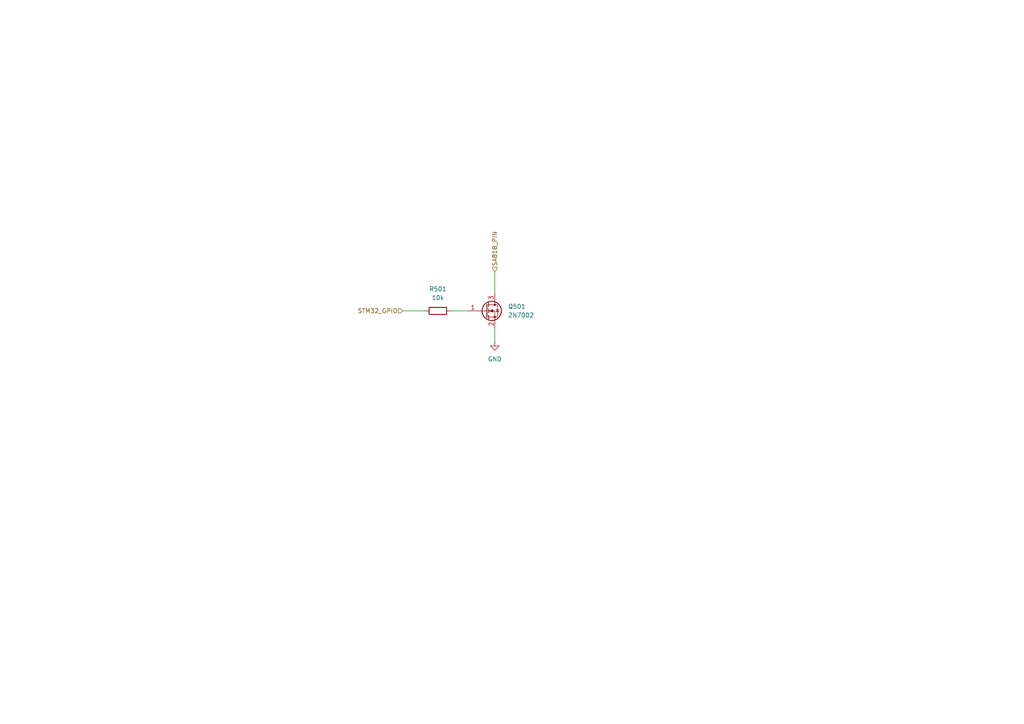
<source format=kicad_sch>
(kicad_sch (version 20250114) (generator "eeschema") (generator_version "9.0")
  (paper "A4")
  (title_block (title "Pin Driver for the SA818 MOSFET") (rev "<<HASH>>") (company "Amateurfunkclub für Remote Stationen"))
  (lib_symbols
    (symbol "Device:R" (pin_numbers (hide yes)) (pin_names (offset 0))
      (property "Reference" "R" (at 2.032 0 90))
      (property "Value" "R" (at 0 0 90))
      (symbol "R_0_1"
        (rectangle (start -1.016 -2.54) (end 1.016 2.54) (stroke (width 0.254)))
      )
      (symbol "R_1_1"
        (pin passive line (at 0 3.81 270) (length 1.27) (name "~") (number "1"))
        (pin passive line (at 0 -3.81 90) (length 1.27) (name "~") (number "2"))
      )
    )
    (symbol "Transistor_FET:2N7002" (pin_names (offset 0) (hide yes))
      (property "Reference" "Q" (at 5.08 1.905 0))
      (property "Value" "2N7002" (at 5.08 0 0))
      (symbol "2N7002_0_1"
        (polyline (pts (xy 0.254 1.905) (xy 0.254 -1.905)) (stroke (width 0.254)))
        (polyline (pts (xy 0.254 0) (xy -2.54 0)))
        (polyline (pts (xy 0.762 2.286) (xy 0.762 1.27)) (stroke (width 0.254)))
        (polyline (pts (xy 0.762 0.508) (xy 0.762 -0.508)) (stroke (width 0.254)))
        (polyline (pts (xy 0.762 -1.27) (xy 0.762 -2.286)) (stroke (width 0.254)))
        (polyline (pts (xy 0.762 -1.778) (xy 3.302 -1.778) (xy 3.302 1.778) (xy 0.762 1.778)))
        (polyline (pts (xy 1.016 0) (xy 2.032 0.381) (xy 2.032 -0.381) (xy 1.016 0)) (fill (type outline)))
        (circle (center 1.651 0) (radius 2.794) (stroke (width 0.254)))
        (polyline (pts (xy 2.54 2.54) (xy 2.54 1.778)))
        (circle (center 2.54 1.778) (radius 0.254) (fill (type outline)))
        (circle (center 2.54 -1.778) (radius 0.254) (fill (type outline)))
        (polyline (pts (xy 2.54 -2.54) (xy 2.54 0) (xy 0.762 0)))
        (polyline (pts (xy 2.921 0.381) (xy 3.683 0.381)))
        (polyline (pts (xy 3.302 0.381) (xy 2.921 -0.254) (xy 3.683 -0.254) (xy 3.302 0.381)))
      )
      (symbol "2N7002_1_1"
        (pin input line (at -5.08 0 0) (length 2.54) (name "G") (number "1"))
        (pin passive line (at 2.54 5.08 270) (length 2.54) (name "D") (number "3"))
        (pin passive line (at 2.54 -5.08 90) (length 2.54) (name "S") (number "2"))
      )
    )
    (symbol "power:GND" (power) (pin_numbers (hide yes)) (pin_names (offset 0) (hide yes))
      (property "Value" "GND" (at 0 -3.81 0))
      (symbol "GND_0_1"
        (polyline (pts (xy 0 0) (xy 0 -1.27) (xy 1.27 -1.27) (xy 0 -2.54) (xy -1.27 -1.27) (xy 0 -1.27)))
      )
      (symbol "GND_1_1"
        (pin power_in line (at 0 0 270) (length 0) (name "~") (number "1"))
      )
    )
  )
  (wire (pts (xy 143.51 78.74) (xy 143.51 85.09)))
  (wire (pts (xy 130.81 90.17) (xy 135.89 90.17)))
  (wire (pts (xy 116.84 90.17) (xy 123.19 90.17)))
  (wire (pts (xy 143.51 95.25) (xy 143.51 99.06)))
  (hierarchical_label "SA818_PIN" (shape input) (at 143.51 78.74 90))
  (hierarchical_label "STM32_GPIO" (shape input) (at 116.84 90.17 180))
  (symbol (lib_id "Device:R") (at 127 90.17 90) (unit 1)
    (property "Reference" "R501" (at 127 83.82 90))
    (property "Value" "10k" (at 127 86.36 90))
    (property "Footprint" "Resistor_SMD:R_0805_2012Metric" (effects (hide yes)))
    (property "Description" "Resistor" (effects (hide yes)))
    (property "MOUSER" "603-RT0805DRE0710KL" (effects (hide yes)))
  )
  (symbol (lib_id "power:GND") (at 143.51 99.06 0) (unit 1)
    (property "Reference" "#PWR0501" (effects (hide yes)))
    (property "Value" "GND" (at 143.51 104.14 0))
    (property "Description" "Power symbol creates a global label with name \"GND\" , ground" (effects (hide yes)))
  )
  (symbol (lib_id "Transistor_FET:2N7002") (at 140.97 90.17 0) (unit 1)
    (property "Reference" "Q501" (at 147.32 88.8999 0) (effects (justify left)))
    (property "Value" "2N7002" (at 147.32 91.4399 0) (effects (justify left)))
    (property "Footprint" "Package_TO_SOT_SMD:SOT-23" (effects (hide yes)))
    (property "Datasheet" "https://www.onsemi.com/pub/Collateral/NDS7002A-D.PDF" (effects (hide yes)))
    (property "Description" "0.115A Id, 60V Vds, N-Channel MOSFET, SOT-23" (effects (hide yes)))
    (property "MOUSER" "637-2N7002" (effects (hide yes)))
  )
)
</source>
